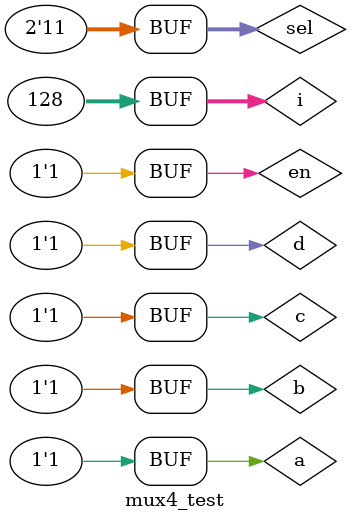
<source format=v>
module mux4_test;
wire y;
reg a,b,c,d,en;
reg [1:0]sel;
integer i;
mux4 instant(a,b,c,d,en,sel,y);
initial begin
for(i=0;i<128;i=i+1)
begin
{en,sel,a,b,c,d}=i;
#10;
end
end
endmodule

</source>
